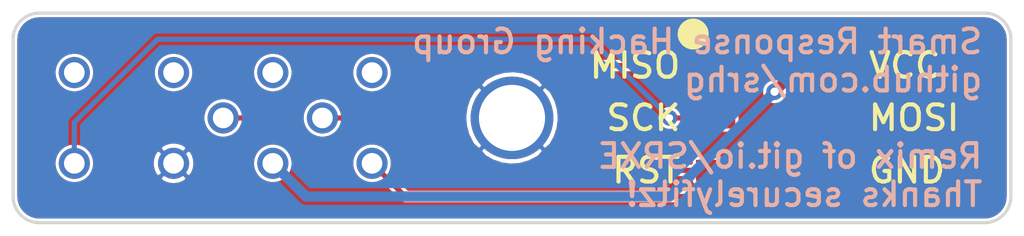
<source format=kicad_pcb>
(kicad_pcb (version 20171130) (host pcbnew 5.0.2+dfsg1-1)

  (general
    (thickness 1.6)
    (drawings 16)
    (tracks 33)
    (zones 0)
    (modules 3)
    (nets 11)
  )

  (page A4)
  (layers
    (0 Top signal)
    (31 Bottom signal)
    (32 B.Adhes user hide)
    (33 F.Adhes user hide)
    (34 B.Paste user hide)
    (35 F.Paste user hide)
    (36 B.SilkS user)
    (37 F.SilkS user)
    (38 B.Mask user hide)
    (39 F.Mask user hide)
    (40 Dwgs.User user hide)
    (41 Cmts.User user hide)
    (42 Eco1.User user hide)
    (43 Eco2.User user hide)
    (44 Edge.Cuts user)
    (45 Margin user hide)
    (46 B.CrtYd user hide)
    (47 F.CrtYd user hide)
    (48 B.Fab user hide)
    (49 F.Fab user hide)
  )

  (setup
    (last_trace_width 0.25)
    (trace_clearance 0.1524)
    (zone_clearance 0.127)
    (zone_45_only no)
    (trace_min 0.2)
    (segment_width 0.2)
    (edge_width 0.15)
    (via_size 0.8)
    (via_drill 0.4)
    (via_min_size 0.4)
    (via_min_drill 0.3)
    (uvia_size 0.3)
    (uvia_drill 0.1)
    (uvias_allowed no)
    (uvia_min_size 0.2)
    (uvia_min_drill 0.1)
    (pcb_text_width 0.3)
    (pcb_text_size 1.5 1.5)
    (mod_edge_width 0.15)
    (mod_text_size 1 1)
    (mod_text_width 0.15)
    (pad_size 4 4)
    (pad_drill 3.2)
    (pad_to_mask_clearance 0.051)
    (solder_mask_min_width 0.25)
    (aux_axis_origin 0 0)
    (grid_origin 158.1911 104.996)
    (visible_elements FFFFFF7F)
    (pcbplotparams
      (layerselection 0x010fc_ffffffff)
      (usegerberextensions false)
      (usegerberattributes false)
      (usegerberadvancedattributes false)
      (creategerberjobfile false)
      (excludeedgelayer true)
      (linewidth 0.100000)
      (plotframeref false)
      (viasonmask false)
      (mode 1)
      (useauxorigin false)
      (hpglpennumber 1)
      (hpglpenspeed 20)
      (hpglpendiameter 15.000000)
      (psnegative false)
      (psa4output false)
      (plotreference true)
      (plotvalue true)
      (plotinvisibletext false)
      (padsonsilk false)
      (subtractmaskfromsilk false)
      (outputformat 1)
      (mirror false)
      (drillshape 1)
      (scaleselection 1)
      (outputdirectory ""))
  )

  (net 0 "")
  (net 1 "Net-(JP2-Pad5)")
  (net 2 "Net-(JP2-Pad4)")
  (net 3 "Net-(JP2-Pad3)")
  (net 4 "Net-(JP2-Pad2)")
  (net 5 "Net-(JP2-Pad1)")
  (net 6 "Net-(U$1-PadTCK)")
  (net 7 "Net-(U$1-PadTMS)")
  (net 8 "Net-(U$1-PadTDO)")
  (net 9 "Net-(U$1-PadTDI)")
  (net 10 "Net-(H1-Pad1)")

  (net_class Default "This is the default net class."
    (clearance 0.1524)
    (trace_width 0.25)
    (via_dia 0.8)
    (via_drill 0.4)
    (uvia_dia 0.3)
    (uvia_drill 0.1)
    (add_net "Net-(H1-Pad1)")
    (add_net "Net-(JP2-Pad1)")
    (add_net "Net-(JP2-Pad3)")
    (add_net "Net-(JP2-Pad4)")
    (add_net "Net-(JP2-Pad5)")
    (add_net "Net-(U$1-PadTCK)")
    (add_net "Net-(U$1-PadTDI)")
    (add_net "Net-(U$1-PadTDO)")
    (add_net "Net-(U$1-PadTMS)")
  )

  (net_class power ""
    (clearance 0.1524)
    (trace_width 0.5)
    (via_dia 0.8)
    (via_drill 0.4)
    (uvia_dia 0.3)
    (uvia_drill 0.1)
    (add_net "Net-(JP2-Pad2)")
  )

  (module MountingHole:MountingHole_3.2mm_M3 (layer Top) (tedit 5E072B4C) (tstamp 5E13908B)
    (at 158.1911 104.996)
    (descr "Mounting Hole 3.2mm, no annular, M3")
    (tags "mounting hole 3.2mm no annular m3")
    (path /5E07176F)
    (attr virtual)
    (fp_text reference H1 (at 0 -4.2) (layer F.SilkS) hide
      (effects (font (size 1 1) (thickness 0.15)))
    )
    (fp_text value MountingHole_Pad (at 0 4.2) (layer F.Fab)
      (effects (font (size 1 1) (thickness 0.15)))
    )
    (fp_text user %R (at 0.3 0) (layer F.Fab)
      (effects (font (size 1 1) (thickness 0.15)))
    )
    (fp_circle (center 0 0) (end 3.2 0) (layer Cmts.User) (width 0.15))
    (fp_circle (center 0 0) (end 3.45 0) (layer F.CrtYd) (width 0.05))
    (pad 1 thru_hole circle (at 0 0) (size 4 4) (drill 3.2) (layers *.Cu *.Mask)
      (net 10 "Net-(H1-Pad1)"))
  )

  (module srxe:2X3_SMD (layer Top) (tedit 5E0720D5) (tstamp 5E0708B1)
    (at 170.8911 104.9986 270)
    (path /4804D7FCFA93C76E)
    (fp_text reference JP2 (at 0 0 270) (layer F.SilkS) hide
      (effects (font (size 1.27 1.27) (thickness 0.15)) (justify right top))
    )
    (fp_text value M03X2FEMALE_SMD (at 0 0 270) (layer F.SilkS) hide
      (effects (font (size 1.27 1.27) (thickness 0.15)) (justify right top))
    )
    (fp_text user >Value (at -3.502 0.408 270) (layer F.Fab)
      (effects (font (size 0.38608 0.38608) (thickness 0.032512)) (justify left bottom))
    )
    (fp_text user >Name (at -3.502 -0.1 270) (layer F.SilkS) hide
      (effects (font (size 0.38608 0.38608) (thickness 0.032512)) (justify left bottom))
    )
    (fp_poly (pts (xy 2.84 2.55) (xy 2.24 2.55) (xy 2.24 3.35) (xy 2.84 3.35)) (layer F.Fab) (width 0))
    (fp_poly (pts (xy 0.3 2.55) (xy -0.3 2.55) (xy -0.3 3.35) (xy 0.3 3.35)) (layer F.Fab) (width 0))
    (fp_poly (pts (xy -2.24 2.55) (xy -2.84 2.55) (xy -2.84 3.35) (xy -2.24 3.35)) (layer F.Fab) (width 0))
    (fp_poly (pts (xy 2.24 -2.55) (xy 2.84 -2.55) (xy 2.84 -3.35) (xy 2.24 -3.35)) (layer F.Fab) (width 0))
    (fp_poly (pts (xy -2.84 -2.55) (xy -2.24 -2.55) (xy -2.24 -3.35) (xy -2.84 -3.35)) (layer F.Fab) (width 0))
    (fp_poly (pts (xy -0.3 -2.55) (xy 0.3 -2.55) (xy 0.3 -3.35) (xy -0.3 -3.35)) (layer F.Fab) (width 0))
    (fp_line (start 3.81 2.5) (end -3.81 2.5) (layer F.Fab) (width 0.127))
    (fp_line (start 3.81 -2.5) (end 3.81 2.5) (layer F.Fab) (width 0.127))
    (fp_line (start -3.81 -2.5) (end 3.81 -2.5) (layer F.Fab) (width 0.127))
    (fp_line (start -3.81 2.5) (end -3.81 -2.5) (layer F.Fab) (width 0.127))
    (fp_circle (center 2.54 -1.27) (end 3.24 -1.27) (layer F.Fab) (width 0.127))
    (fp_circle (center 2.54 1.27) (end 3.24 1.27) (layer F.Fab) (width 0.127))
    (fp_circle (center 0 1.27) (end 0.7 1.27) (layer F.Fab) (width 0.127))
    (fp_circle (center -2.54 1.27) (end -1.84 1.27) (layer F.Fab) (width 0.127))
    (fp_circle (center -2.54 -1.27) (end -1.84 -1.27) (layer F.Fab) (width 0.127))
    (fp_circle (center 0 -1.27) (end 0.7 -1.27) (layer F.Fab) (width 0.127))
    (pad 6 smd rect (at 2.54 -2.85 270) (size 1.02 1.9) (layers Top F.Paste F.Mask)
      (net 10 "Net-(H1-Pad1)") (solder_mask_margin 0.1016))
    (pad 5 smd rect (at 2.54 2.85 270) (size 1.02 1.9) (layers Top F.Paste F.Mask)
      (net 1 "Net-(JP2-Pad5)") (solder_mask_margin 0.1016))
    (pad 4 smd rect (at 0 -2.85 270) (size 1.02 1.9) (layers Top F.Paste F.Mask)
      (net 2 "Net-(JP2-Pad4)") (solder_mask_margin 0.1016))
    (pad 3 smd rect (at 0 2.85 270) (size 1.02 1.9) (layers Top F.Paste F.Mask)
      (net 3 "Net-(JP2-Pad3)") (solder_mask_margin 0.1016))
    (pad 2 smd rect (at -2.54 -2.85 270) (size 1.02 1.9) (layers Top F.Paste F.Mask)
      (net 4 "Net-(JP2-Pad2)") (solder_mask_margin 0.1016))
    (pad 1 smd rect (at -2.54 2.85 270) (size 1.02 1.9) (layers Top F.Paste F.Mask)
      (net 5 "Net-(JP2-Pad1)") (solder_mask_margin 0.1016))
  )

  (module srxe:SMARTRESPONSEXEPOGO (layer Top) (tedit 5E072537) (tstamp 5E0708CC)
    (at 144.2211 104.9986)
    (path /850A8AB0BABD3B23)
    (fp_text reference U$1 (at 0 0) (layer F.SilkS) hide
      (effects (font (size 1.27 1.27) (thickness 0.15)))
    )
    (fp_text value SMARTRESPONSEXE (at 0 0) (layer F.SilkS) hide
      (effects (font (size 1.27 1.27) (thickness 0.15)))
    )
    (fp_text user MISO (at 19.685 -2.5426) (layer F.SilkS) hide
      (effects (font (size 1.2065 1.2065) (thickness 0.1016)))
    )
    (fp_text user RST (at 19.685 2.5374) (layer F.SilkS) hide
      (effects (font (size 1.2065 1.2065) (thickness 0.1016)))
    )
    (fp_text user SCK (at 19.685 -0.0026) (layer F.SilkS) hide
      (effects (font (size 1.2065 1.2065) (thickness 0.1016)))
    )
    (fp_text user GND (at 33.02 2.5374) (layer F.SilkS) hide
      (effects (font (size 1.2065 1.2065) (thickness 0.1016)))
    )
    (fp_text user VCC (at 33.655 -2.5426) (layer F.SilkS) hide
      (effects (font (size 1.2065 1.2065) (thickness 0.1016)))
    )
    (fp_text user MOSI (at 34.29 -0.0026) (layer F.SilkS) hide
      (effects (font (size 1.2065 1.2065) (thickness 0.1016)))
    )
    (fp_text user TDI (at 7.2 -3.6) (layer F.SilkS) hide
      (effects (font (size 1.2065 1.2065) (thickness 0.1016)))
    )
    (fp_text user TDO (at 2.4 -3.6) (layer F.SilkS) hide
      (effects (font (size 1.2065 1.2065) (thickness 0.1016)))
    )
    (fp_text user TMS (at -2.4 -3.6) (layer F.SilkS) hide
      (effects (font (size 1.2065 1.2065) (thickness 0.1016)))
    )
    (fp_text user TCK (at -7.2 -3.6) (layer F.SilkS) hide
      (effects (font (size 1.2065 1.2065) (thickness 0.1016)))
    )
    (pad GND thru_hole circle (at -2.4 2.2) (size 1.508 1.508) (drill 1) (layers *.Cu *.Mask)
      (net 10 "Net-(H1-Pad1)") (solder_mask_margin 0.1016))
    (pad SCK thru_hole circle (at -7.2 2.2) (size 1.508 1.508) (drill 1) (layers *.Cu *.Mask)
      (net 3 "Net-(JP2-Pad3)") (solder_mask_margin 0.1016))
    (pad TCK thru_hole circle (at -7.2 -2.2) (size 1.508 1.508) (drill 1) (layers *.Cu *.Mask)
      (net 6 "Net-(U$1-PadTCK)") (solder_mask_margin 0.1016))
    (pad TMS thru_hole circle (at -2.4 -2.2) (size 1.508 1.508) (drill 1) (layers *.Cu *.Mask)
      (net 7 "Net-(U$1-PadTMS)") (solder_mask_margin 0.1016))
    (pad TDO thru_hole circle (at 2.4 -2.2) (size 1.508 1.508) (drill 1) (layers *.Cu *.Mask)
      (net 8 "Net-(U$1-PadTDO)") (solder_mask_margin 0.1016))
    (pad TDI thru_hole circle (at 7.2 -2.2) (size 1.508 1.508) (drill 1) (layers *.Cu *.Mask)
      (net 9 "Net-(U$1-PadTDI)") (solder_mask_margin 0.1016))
    (pad MOSI thru_hole circle (at 7.2 2.2) (size 1.508 1.508) (drill 1) (layers *.Cu *.Mask)
      (net 2 "Net-(JP2-Pad4)") (solder_mask_margin 0.1016))
    (pad VCC thru_hole circle (at 2.4 2.2) (size 1.508 1.508) (drill 1) (layers *.Cu *.Mask)
      (net 4 "Net-(JP2-Pad2)") (solder_mask_margin 0.1016))
    (pad MISO thru_hole circle (at 4.8 0) (size 1.508 1.508) (drill 1) (layers *.Cu *.Mask)
      (net 5 "Net-(JP2-Pad1)") (solder_mask_margin 0.1016))
    (pad RST thru_hole circle (at 0 0) (size 1.508 1.508) (drill 1) (layers *.Cu *.Mask)
      (net 1 "Net-(JP2-Pad5)") (solder_mask_margin 0.1016))
  )

  (gr_text "Smart Response Hacking Group\ngithub.com/srhg\n\nRemix of git.io/SRXE\nThanks securelyfitz!" (at 181.0511 104.996) (layer B.SilkS)
    (effects (font (size 1.15 1.15) (thickness 0.2)) (justify left mirror))
  )
  (gr_arc (start 135.3311 101.186) (end 135.3311 99.916) (angle -90) (layer Edge.Cuts) (width 0.15))
  (gr_line (start 134.0611 108.806) (end 134.0611 101.186) (layer Edge.Cuts) (width 0.15))
  (gr_line (start 181.0511 110.076) (end 135.3311 110.076) (layer Edge.Cuts) (width 0.15))
  (gr_line (start 182.3211 101.186) (end 182.3211 108.806) (layer Edge.Cuts) (width 0.15))
  (gr_line (start 135.3311 99.916) (end 181.0511 99.916) (layer Edge.Cuts) (width 0.15))
  (gr_arc (start 181.0511 101.186) (end 182.3211 101.186) (angle -90) (layer Edge.Cuts) (width 0.15))
  (gr_arc (start 181.0511 108.806) (end 181.0511 110.076) (angle -90) (layer Edge.Cuts) (width 0.15))
  (gr_arc (start 135.3311 108.806) (end 134.0611 108.806) (angle -90) (layer Edge.Cuts) (width 0.15))
  (gr_circle (center 166.9541 100.932) (end 166.9541 100.932) (layer F.SilkS) (width 0.75))
  (gr_text GND (at 175.3361 107.536) (layer F.SilkS) (tstamp 5E139D7B)
    (effects (font (size 1.2 1.2) (thickness 0.2)) (justify left))
  )
  (gr_text MOSI (at 175.3361 104.996) (layer F.SilkS) (tstamp 5E139D7B)
    (effects (font (size 1.2 1.2) (thickness 0.2)) (justify left))
  )
  (gr_text VCC (at 175.3361 102.456) (layer F.SilkS) (tstamp 5E139D71)
    (effects (font (size 1.2 1.2) (thickness 0.2)) (justify left))
  )
  (gr_text RST (at 166.4461 107.536) (layer F.SilkS) (tstamp 5E139D71)
    (effects (font (size 1.2 1.2) (thickness 0.2)) (justify right))
  )
  (gr_text SCK (at 166.4461 104.996) (layer F.SilkS) (tstamp 5E139D71)
    (effects (font (size 1.2 1.2) (thickness 0.2)) (justify right))
  )
  (gr_text MISO (at 166.4461 102.456) (layer F.SilkS)
    (effects (font (size 1.2 1.2) (thickness 0.2)) (justify right))
  )

  (segment (start 144.2211 104.9986) (end 144.6275 104.9986) (width 0.254) (layer Top) (net 1) (tstamp 55A12224C200))
  (segment (start 168.0411 107.5386) (end 154.3837 107.5386) (width 0.25) (layer Top) (net 1))
  (segment (start 152.875101 106.030001) (end 150.172099 106.030001) (width 0.25) (layer Top) (net 1))
  (segment (start 154.3837 107.5386) (end 152.875101 106.030001) (width 0.25) (layer Top) (net 1))
  (segment (start 150.172099 106.030001) (end 149.3011 106.901) (width 0.25) (layer Top) (net 1))
  (segment (start 149.3011 106.901) (end 148.6661 106.901) (width 0.25) (layer Top) (net 1))
  (segment (start 146.7637 104.9986) (end 144.2211 104.9986) (width 0.25) (layer Top) (net 1))
  (segment (start 148.6661 106.901) (end 146.7637 104.9986) (width 0.25) (layer Top) (net 1))
  (segment (start 151.5363 107.0306) (end 151.4211 107.1986) (width 0.254) (layer Top) (net 2) (tstamp 55A1223A1F90))
  (segment (start 173.3011 104.9986) (end 173.7411 104.9986) (width 0.25) (layer Top) (net 2))
  (segment (start 169.4937 108.806) (end 173.3011 104.9986) (width 0.25) (layer Top) (net 2))
  (segment (start 151.4211 107.1986) (end 153.0285 108.806) (width 0.25) (layer Top) (net 2))
  (segment (start 153.0285 108.806) (end 169.4937 108.806) (width 0.25) (layer Top) (net 2))
  (segment (start 136.9059 107.0306) (end 137.0211 107.1986) (width 0.254) (layer Top) (net 3) (tstamp 55A1223F4B20))
  (segment (start 165.8111 104.996) (end 165.8111 104.996) (width 0.25) (layer Bottom) (net 3) (tstamp 5E1393A0))
  (via (at 165.8111 104.996) (size 0.7564) (drill 0.35) (layers Top Bottom) (net 3) (status 1000000))
  (segment (start 165.8137 104.9986) (end 165.8111 104.996) (width 0.25) (layer Top) (net 3))
  (segment (start 168.0411 104.9986) (end 165.8137 104.9986) (width 0.25) (layer Top) (net 3))
  (segment (start 162.0011 101.186) (end 165.8111 104.996) (width 0.25) (layer Bottom) (net 3))
  (segment (start 141.0461 101.186) (end 162.0011 101.186) (width 0.25) (layer Bottom) (net 3))
  (segment (start 137.0211 107.1986) (end 137.0211 105.211) (width 0.25) (layer Bottom) (net 3))
  (segment (start 137.0211 105.211) (end 141.0461 101.186) (width 0.25) (layer Bottom) (net 3))
  (via (at 170.8911 103.726) (size 0.8) (drill 0.4) (layers Top Bottom) (net 4))
  (segment (start 173.7437 102.456) (end 173.7411 102.4586) (width 0.5) (layer Top) (net 4))
  (segment (start 148.2285 108.806) (end 146.6211 107.1986) (width 0.5) (layer Bottom) (net 4))
  (segment (start 170.8911 103.726) (end 165.8111 108.806) (width 0.5) (layer Bottom) (net 4))
  (segment (start 165.8111 108.806) (end 148.2285 108.806) (width 0.5) (layer Bottom) (net 4))
  (segment (start 172.1585 102.4586) (end 173.7411 102.4586) (width 0.5) (layer Top) (net 4))
  (segment (start 170.8911 103.726) (end 172.1585 102.4586) (width 0.5) (layer Top) (net 4))
  (segment (start 149.0211 104.9986) (end 149.3011 104.9986) (width 0.254) (layer Top) (net 5) (tstamp 55A1227DB810))
  (segment (start 149.0211 104.9986) (end 153.1085 104.9986) (width 0.25) (layer Top) (net 5))
  (segment (start 155.6485 102.4586) (end 168.0411 102.4586) (width 0.25) (layer Top) (net 5))
  (segment (start 153.1085 104.9986) (end 155.6485 102.4586) (width 0.25) (layer Top) (net 5))

  (zone (net 10) (net_name "Net-(H1-Pad1)") (layer Top) (tstamp 5E13A391) (hatch edge 0.508)
    (priority 6)
    (connect_pads (clearance 0.127))
    (min_thickness 0.1524)
    (fill yes (arc_segments 32) (thermal_gap 0.2024) (thermal_bridge_width 0.2024))
    (polygon
      (pts
        (xy 133.4261 110.711) (xy 133.4261 99.281) (xy 182.9561 99.281) (xy 182.9561 110.711)
      )
    )
    (filled_polygon
      (pts
        (xy 181.243482 100.214397) (xy 181.428536 100.270269) (xy 181.599213 100.361019) (xy 181.749016 100.483194) (xy 181.872237 100.632143)
        (xy 181.964173 100.802177) (xy 182.021336 100.986839) (xy 182.0429 101.192008) (xy 182.042901 108.792386) (xy 182.022703 108.998382)
        (xy 181.966831 109.183438) (xy 181.87608 109.354115) (xy 181.753903 109.503919) (xy 181.60496 109.627135) (xy 181.434922 109.719074)
        (xy 181.250261 109.776236) (xy 181.045092 109.7978) (xy 135.344704 109.7978) (xy 135.138718 109.777603) (xy 134.953662 109.721731)
        (xy 134.782985 109.63098) (xy 134.633181 109.508803) (xy 134.509965 109.35986) (xy 134.418026 109.189822) (xy 134.360864 109.005161)
        (xy 134.3393 108.799992) (xy 134.3393 107.101822) (xy 136.0385 107.101822) (xy 136.0385 107.295378) (xy 136.076261 107.485214)
        (xy 136.150332 107.664035) (xy 136.257865 107.824971) (xy 136.394729 107.961835) (xy 136.555665 108.069368) (xy 136.734486 108.143439)
        (xy 136.924322 108.1812) (xy 137.117878 108.1812) (xy 137.307714 108.143439) (xy 137.486535 108.069368) (xy 137.647471 107.961835)
        (xy 137.708816 107.90049) (xy 141.154565 107.90049) (xy 141.231619 108.052484) (xy 141.40953 108.151078) (xy 141.603257 108.213071)
        (xy 141.805357 108.236077) (xy 142.008061 108.219213) (xy 142.20358 108.163128) (xy 142.384402 108.069977) (xy 142.410581 108.052484)
        (xy 142.487635 107.90049) (xy 141.8211 107.233955) (xy 141.154565 107.90049) (xy 137.708816 107.90049) (xy 137.784335 107.824971)
        (xy 137.891868 107.664035) (xy 137.965939 107.485214) (xy 138.0037 107.295378) (xy 138.0037 107.182857) (xy 140.783623 107.182857)
        (xy 140.800487 107.385561) (xy 140.856572 107.58108) (xy 140.949723 107.761902) (xy 140.967216 107.788081) (xy 141.11921 107.865135)
        (xy 141.785745 107.1986) (xy 141.856455 107.1986) (xy 142.52299 107.865135) (xy 142.674984 107.788081) (xy 142.773578 107.61017)
        (xy 142.835571 107.416443) (xy 142.858577 107.214343) (xy 142.849216 107.101822) (xy 145.6385 107.101822) (xy 145.6385 107.295378)
        (xy 145.676261 107.485214) (xy 145.750332 107.664035) (xy 145.857865 107.824971) (xy 145.994729 107.961835) (xy 146.155665 108.069368)
        (xy 146.334486 108.143439) (xy 146.524322 108.1812) (xy 146.717878 108.1812) (xy 146.907714 108.143439) (xy 147.086535 108.069368)
        (xy 147.247471 107.961835) (xy 147.384335 107.824971) (xy 147.491868 107.664035) (xy 147.565939 107.485214) (xy 147.6037 107.295378)
        (xy 147.6037 107.101822) (xy 147.565939 106.911986) (xy 147.491868 106.733165) (xy 147.384335 106.572229) (xy 147.247471 106.435365)
        (xy 147.086535 106.327832) (xy 146.907714 106.253761) (xy 146.717878 106.216) (xy 146.524322 106.216) (xy 146.334486 106.253761)
        (xy 146.155665 106.327832) (xy 145.994729 106.435365) (xy 145.857865 106.572229) (xy 145.750332 106.733165) (xy 145.676261 106.911986)
        (xy 145.6385 107.101822) (xy 142.849216 107.101822) (xy 142.841713 107.011639) (xy 142.785628 106.81612) (xy 142.692477 106.635298)
        (xy 142.674984 106.609119) (xy 142.52299 106.532065) (xy 141.856455 107.1986) (xy 141.785745 107.1986) (xy 141.11921 106.532065)
        (xy 140.967216 106.609119) (xy 140.868622 106.78703) (xy 140.806629 106.980757) (xy 140.783623 107.182857) (xy 138.0037 107.182857)
        (xy 138.0037 107.101822) (xy 137.965939 106.911986) (xy 137.891868 106.733165) (xy 137.784335 106.572229) (xy 137.708816 106.49671)
        (xy 141.154565 106.49671) (xy 141.8211 107.163245) (xy 142.487635 106.49671) (xy 142.410581 106.344716) (xy 142.23267 106.246122)
        (xy 142.038943 106.184129) (xy 141.836843 106.161123) (xy 141.634139 106.177987) (xy 141.43862 106.234072) (xy 141.257798 106.327223)
        (xy 141.231619 106.344716) (xy 141.154565 106.49671) (xy 137.708816 106.49671) (xy 137.647471 106.435365) (xy 137.486535 106.327832)
        (xy 137.307714 106.253761) (xy 137.117878 106.216) (xy 136.924322 106.216) (xy 136.734486 106.253761) (xy 136.555665 106.327832)
        (xy 136.394729 106.435365) (xy 136.257865 106.572229) (xy 136.150332 106.733165) (xy 136.076261 106.911986) (xy 136.0385 107.101822)
        (xy 134.3393 107.101822) (xy 134.3393 104.901822) (xy 143.2385 104.901822) (xy 143.2385 105.095378) (xy 143.276261 105.285214)
        (xy 143.350332 105.464035) (xy 143.457865 105.624971) (xy 143.594729 105.761835) (xy 143.755665 105.869368) (xy 143.934486 105.943439)
        (xy 144.124322 105.9812) (xy 144.317878 105.9812) (xy 144.507714 105.943439) (xy 144.686535 105.869368) (xy 144.847471 105.761835)
        (xy 144.984335 105.624971) (xy 145.091868 105.464035) (xy 145.138192 105.3522) (xy 146.617235 105.3522) (xy 148.403792 107.138758)
        (xy 148.414858 107.152242) (xy 148.428342 107.163308) (xy 148.428343 107.163309) (xy 148.4687 107.19643) (xy 148.502214 107.214343)
        (xy 148.530129 107.229264) (xy 148.596782 107.249483) (xy 148.648738 107.2546) (xy 148.648748 107.2546) (xy 148.6661 107.256309)
        (xy 148.683452 107.2546) (xy 149.283748 107.2546) (xy 149.3011 107.256309) (xy 149.318452 107.2546) (xy 149.318462 107.2546)
        (xy 149.370418 107.249483) (xy 149.437071 107.229264) (xy 149.4985 107.196429) (xy 149.552342 107.152242) (xy 149.563413 107.138752)
        (xy 150.318565 106.383601) (xy 150.8722 106.383601) (xy 150.794729 106.435365) (xy 150.657865 106.572229) (xy 150.550332 106.733165)
        (xy 150.476261 106.911986) (xy 150.4385 107.101822) (xy 150.4385 107.295378) (xy 150.476261 107.485214) (xy 150.550332 107.664035)
        (xy 150.657865 107.824971) (xy 150.794729 107.961835) (xy 150.955665 108.069368) (xy 151.134486 108.143439) (xy 151.324322 108.1812)
        (xy 151.517878 108.1812) (xy 151.707714 108.143439) (xy 151.819549 108.097115) (xy 152.766192 109.043758) (xy 152.777258 109.057242)
        (xy 152.790742 109.068308) (xy 152.790743 109.068309) (xy 152.8311 109.10143) (xy 152.867364 109.120813) (xy 152.892529 109.134264)
        (xy 152.959182 109.154483) (xy 153.011138 109.1596) (xy 153.011148 109.1596) (xy 153.0285 109.161309) (xy 153.045852 109.1596)
        (xy 169.476348 109.1596) (xy 169.4937 109.161309) (xy 169.511052 109.1596) (xy 169.511062 109.1596) (xy 169.563018 109.154483)
        (xy 169.629671 109.134264) (xy 169.6911 109.101429) (xy 169.744942 109.057242) (xy 169.756013 109.043752) (xy 171.166515 107.63325)
        (xy 172.5125 107.63325) (xy 172.5125 108.07604) (xy 172.523206 108.129865) (xy 172.544208 108.180567) (xy 172.574697 108.226197)
        (xy 172.613503 108.265003) (xy 172.659134 108.295492) (xy 172.709836 108.316494) (xy 172.763661 108.3272) (xy 173.64645 108.3272)
        (xy 173.7161 108.25755) (xy 173.7161 107.5636) (xy 173.7661 107.5636) (xy 173.7661 108.25755) (xy 173.83575 108.3272)
        (xy 174.718539 108.3272) (xy 174.772364 108.316494) (xy 174.823066 108.295492) (xy 174.868697 108.265003) (xy 174.907503 108.226197)
        (xy 174.937992 108.180567) (xy 174.958994 108.129865) (xy 174.9697 108.07604) (xy 174.9697 107.63325) (xy 174.90005 107.5636)
        (xy 173.7661 107.5636) (xy 173.7161 107.5636) (xy 172.58215 107.5636) (xy 172.5125 107.63325) (xy 171.166515 107.63325)
        (xy 171.798605 107.00116) (xy 172.5125 107.00116) (xy 172.5125 107.44395) (xy 172.58215 107.5136) (xy 173.7161 107.5136)
        (xy 173.7161 106.81965) (xy 173.7661 106.81965) (xy 173.7661 107.5136) (xy 174.90005 107.5136) (xy 174.9697 107.44395)
        (xy 174.9697 107.00116) (xy 174.958994 106.947335) (xy 174.937992 106.896633) (xy 174.907503 106.851003) (xy 174.868697 106.812197)
        (xy 174.823066 106.781708) (xy 174.772364 106.760706) (xy 174.718539 106.75) (xy 173.83575 106.75) (xy 173.7661 106.81965)
        (xy 173.7161 106.81965) (xy 173.64645 106.75) (xy 172.763661 106.75) (xy 172.709836 106.760706) (xy 172.659134 106.781708)
        (xy 172.613503 106.812197) (xy 172.574697 106.851003) (xy 172.544208 106.896633) (xy 172.523206 106.947335) (xy 172.5125 107.00116)
        (xy 171.798605 107.00116) (xy 173.061459 105.738306) (xy 174.6911 105.738306) (xy 174.735913 105.733892) (xy 174.779005 105.720821)
        (xy 174.818718 105.699594) (xy 174.853527 105.671027) (xy 174.882094 105.636218) (xy 174.903321 105.596505) (xy 174.916392 105.553413)
        (xy 174.920806 105.5086) (xy 174.920806 104.4886) (xy 174.916392 104.443787) (xy 174.903321 104.400695) (xy 174.882094 104.360982)
        (xy 174.853527 104.326173) (xy 174.818718 104.297606) (xy 174.779005 104.276379) (xy 174.735913 104.263308) (xy 174.6911 104.258894)
        (xy 172.7911 104.258894) (xy 172.746287 104.263308) (xy 172.703195 104.276379) (xy 172.663482 104.297606) (xy 172.628673 104.326173)
        (xy 172.600106 104.360982) (xy 172.578879 104.400695) (xy 172.565808 104.443787) (xy 172.561394 104.4886) (xy 172.561394 105.238241)
        (xy 169.347235 108.4524) (xy 153.174966 108.4524) (xy 152.319615 107.597049) (xy 152.365939 107.485214) (xy 152.4037 107.295378)
        (xy 152.4037 107.101822) (xy 152.365939 106.911986) (xy 152.291868 106.733165) (xy 152.184335 106.572229) (xy 152.047471 106.435365)
        (xy 151.97 106.383601) (xy 152.728636 106.383601) (xy 154.121392 107.776358) (xy 154.132458 107.789842) (xy 154.1863 107.834029)
        (xy 154.247729 107.866864) (xy 154.314382 107.887083) (xy 154.366338 107.8922) (xy 154.366347 107.8922) (xy 154.383699 107.893909)
        (xy 154.401051 107.8922) (xy 166.861394 107.8922) (xy 166.861394 108.0486) (xy 166.865808 108.093413) (xy 166.878879 108.136505)
        (xy 166.900106 108.176218) (xy 166.928673 108.211027) (xy 166.963482 108.239594) (xy 167.003195 108.260821) (xy 167.046287 108.273892)
        (xy 167.0911 108.278306) (xy 168.9911 108.278306) (xy 169.035913 108.273892) (xy 169.079005 108.260821) (xy 169.118718 108.239594)
        (xy 169.153527 108.211027) (xy 169.182094 108.176218) (xy 169.203321 108.136505) (xy 169.216392 108.093413) (xy 169.220806 108.0486)
        (xy 169.220806 107.0286) (xy 169.216392 106.983787) (xy 169.203321 106.940695) (xy 169.182094 106.900982) (xy 169.153527 106.866173)
        (xy 169.118718 106.837606) (xy 169.079005 106.816379) (xy 169.035913 106.803308) (xy 168.9911 106.798894) (xy 167.0911 106.798894)
        (xy 167.046287 106.803308) (xy 167.003195 106.816379) (xy 166.963482 106.837606) (xy 166.928673 106.866173) (xy 166.900106 106.900982)
        (xy 166.878879 106.940695) (xy 166.865808 106.983787) (xy 166.861394 107.0286) (xy 166.861394 107.185) (xy 158.824788 107.185)
        (xy 159.006986 107.135325) (xy 159.408671 106.935047) (xy 159.516603 106.86293) (xy 159.743082 106.583337) (xy 158.1911 105.031355)
        (xy 156.639118 106.583337) (xy 156.865597 106.86293) (xy 157.255287 107.08565) (xy 157.552222 107.185) (xy 154.530166 107.185)
        (xy 153.137414 105.792249) (xy 153.126343 105.778759) (xy 153.072501 105.734572) (xy 153.011072 105.701737) (xy 152.944419 105.681518)
        (xy 152.892463 105.676401) (xy 152.892453 105.676401) (xy 152.875101 105.674692) (xy 152.857749 105.676401) (xy 150.189461 105.676401)
        (xy 150.172099 105.674691) (xy 150.154737 105.676401) (xy 150.102781 105.681518) (xy 150.069454 105.691628) (xy 150.036127 105.701737)
        (xy 149.974699 105.734571) (xy 149.934343 105.767691) (xy 149.920857 105.778759) (xy 149.909791 105.792243) (xy 149.154635 106.5474)
        (xy 148.812566 106.5474) (xy 147.166988 104.901822) (xy 148.0385 104.901822) (xy 148.0385 105.095378) (xy 148.076261 105.285214)
        (xy 148.150332 105.464035) (xy 148.257865 105.624971) (xy 148.394729 105.761835) (xy 148.555665 105.869368) (xy 148.734486 105.943439)
        (xy 148.924322 105.9812) (xy 149.117878 105.9812) (xy 149.307714 105.943439) (xy 149.486535 105.869368) (xy 149.647471 105.761835)
        (xy 149.784335 105.624971) (xy 149.891868 105.464035) (xy 149.938192 105.3522) (xy 153.091148 105.3522) (xy 153.1085 105.353909)
        (xy 153.125852 105.3522) (xy 153.125862 105.3522) (xy 153.177818 105.347083) (xy 153.244471 105.326864) (xy 153.3059 105.294029)
        (xy 153.359742 105.249842) (xy 153.370813 105.236352) (xy 153.676069 104.931096) (xy 155.902395 104.931096) (xy 155.93371 105.378847)
        (xy 156.051775 105.811886) (xy 156.252053 106.213571) (xy 156.32417 106.321503) (xy 156.603763 106.547982) (xy 158.155745 104.996)
        (xy 158.226455 104.996) (xy 159.778437 106.547982) (xy 160.05803 106.321503) (xy 160.28075 105.931813) (xy 160.423167 105.506161)
        (xy 160.479805 105.060904) (xy 160.471086 104.936235) (xy 165.2043 104.936235) (xy 165.2043 105.055765) (xy 165.227619 105.172997)
        (xy 165.273361 105.283428) (xy 165.339768 105.382812) (xy 165.424288 105.467332) (xy 165.523672 105.533739) (xy 165.634103 105.579481)
        (xy 165.751335 105.6028) (xy 165.870865 105.6028) (xy 165.988097 105.579481) (xy 166.098528 105.533739) (xy 166.197912 105.467332)
        (xy 166.282432 105.382812) (xy 166.302887 105.3522) (xy 166.861394 105.3522) (xy 166.861394 105.5086) (xy 166.865808 105.553413)
        (xy 166.878879 105.596505) (xy 166.900106 105.636218) (xy 166.928673 105.671027) (xy 166.963482 105.699594) (xy 167.003195 105.720821)
        (xy 167.046287 105.733892) (xy 167.0911 105.738306) (xy 168.9911 105.738306) (xy 169.035913 105.733892) (xy 169.079005 105.720821)
        (xy 169.118718 105.699594) (xy 169.153527 105.671027) (xy 169.182094 105.636218) (xy 169.203321 105.596505) (xy 169.216392 105.553413)
        (xy 169.220806 105.5086) (xy 169.220806 104.4886) (xy 169.216392 104.443787) (xy 169.203321 104.400695) (xy 169.182094 104.360982)
        (xy 169.153527 104.326173) (xy 169.118718 104.297606) (xy 169.079005 104.276379) (xy 169.035913 104.263308) (xy 168.9911 104.258894)
        (xy 167.0911 104.258894) (xy 167.046287 104.263308) (xy 167.003195 104.276379) (xy 166.963482 104.297606) (xy 166.928673 104.326173)
        (xy 166.900106 104.360982) (xy 166.878879 104.400695) (xy 166.865808 104.443787) (xy 166.861394 104.4886) (xy 166.861394 104.645)
        (xy 166.306361 104.645) (xy 166.282432 104.609188) (xy 166.197912 104.524668) (xy 166.098528 104.458261) (xy 165.988097 104.412519)
        (xy 165.870865 104.3892) (xy 165.751335 104.3892) (xy 165.634103 104.412519) (xy 165.523672 104.458261) (xy 165.424288 104.524668)
        (xy 165.339768 104.609188) (xy 165.273361 104.708572) (xy 165.227619 104.819003) (xy 165.2043 104.936235) (xy 160.471086 104.936235)
        (xy 160.44849 104.613153) (xy 160.330425 104.180114) (xy 160.130147 103.778429) (xy 160.05803 103.670497) (xy 160.050118 103.664088)
        (xy 170.2625 103.664088) (xy 170.2625 103.787912) (xy 170.286656 103.909356) (xy 170.334041 104.023754) (xy 170.402834 104.126709)
        (xy 170.490391 104.214266) (xy 170.593346 104.283059) (xy 170.707744 104.330444) (xy 170.829188 104.3546) (xy 170.953012 104.3546)
        (xy 171.074456 104.330444) (xy 171.188854 104.283059) (xy 171.291809 104.214266) (xy 171.379366 104.126709) (xy 171.448159 104.023754)
        (xy 171.495544 103.909356) (xy 171.5197 103.787912) (xy 171.5197 103.774242) (xy 172.356742 102.9372) (xy 172.561394 102.9372)
        (xy 172.561394 102.9686) (xy 172.565808 103.013413) (xy 172.578879 103.056505) (xy 172.600106 103.096218) (xy 172.628673 103.131027)
        (xy 172.663482 103.159594) (xy 172.703195 103.180821) (xy 172.746287 103.193892) (xy 172.7911 103.198306) (xy 174.6911 103.198306)
        (xy 174.735913 103.193892) (xy 174.779005 103.180821) (xy 174.818718 103.159594) (xy 174.853527 103.131027) (xy 174.882094 103.096218)
        (xy 174.903321 103.056505) (xy 174.916392 103.013413) (xy 174.920806 102.9686) (xy 174.920806 101.9486) (xy 174.916392 101.903787)
        (xy 174.903321 101.860695) (xy 174.882094 101.820982) (xy 174.853527 101.786173) (xy 174.818718 101.757606) (xy 174.779005 101.736379)
        (xy 174.735913 101.723308) (xy 174.6911 101.718894) (xy 172.7911 101.718894) (xy 172.746287 101.723308) (xy 172.703195 101.736379)
        (xy 172.663482 101.757606) (xy 172.628673 101.786173) (xy 172.600106 101.820982) (xy 172.578879 101.860695) (xy 172.565808 101.903787)
        (xy 172.561394 101.9486) (xy 172.561394 101.98) (xy 172.181993 101.98) (xy 172.158499 101.977686) (xy 172.135006 101.98)
        (xy 172.134996 101.98) (xy 172.064678 101.986926) (xy 171.974462 102.014292) (xy 171.891318 102.058734) (xy 171.818442 102.118542)
        (xy 171.803459 102.136799) (xy 170.842858 103.0974) (xy 170.829188 103.0974) (xy 170.707744 103.121556) (xy 170.593346 103.168941)
        (xy 170.490391 103.237734) (xy 170.402834 103.325291) (xy 170.334041 103.428246) (xy 170.286656 103.542644) (xy 170.2625 103.664088)
        (xy 160.050118 103.664088) (xy 159.778437 103.444018) (xy 158.226455 104.996) (xy 158.155745 104.996) (xy 156.603763 103.444018)
        (xy 156.32417 103.670497) (xy 156.10145 104.060187) (xy 155.959033 104.485839) (xy 155.902395 104.931096) (xy 153.676069 104.931096)
        (xy 155.794966 102.8122) (xy 157.538339 102.8122) (xy 157.375214 102.856675) (xy 156.973529 103.056953) (xy 156.865597 103.12907)
        (xy 156.639118 103.408663) (xy 158.1911 104.960645) (xy 159.743082 103.408663) (xy 159.516603 103.12907) (xy 159.126913 102.90635)
        (xy 158.84552 102.8122) (xy 166.861394 102.8122) (xy 166.861394 102.9686) (xy 166.865808 103.013413) (xy 166.878879 103.056505)
        (xy 166.900106 103.096218) (xy 166.928673 103.131027) (xy 166.963482 103.159594) (xy 167.003195 103.180821) (xy 167.046287 103.193892)
        (xy 167.0911 103.198306) (xy 168.9911 103.198306) (xy 169.035913 103.193892) (xy 169.079005 103.180821) (xy 169.118718 103.159594)
        (xy 169.153527 103.131027) (xy 169.182094 103.096218) (xy 169.203321 103.056505) (xy 169.216392 103.013413) (xy 169.220806 102.9686)
        (xy 169.220806 101.9486) (xy 169.216392 101.903787) (xy 169.203321 101.860695) (xy 169.182094 101.820982) (xy 169.153527 101.786173)
        (xy 169.118718 101.757606) (xy 169.079005 101.736379) (xy 169.035913 101.723308) (xy 168.9911 101.718894) (xy 167.0911 101.718894)
        (xy 167.046287 101.723308) (xy 167.003195 101.736379) (xy 166.963482 101.757606) (xy 166.928673 101.786173) (xy 166.900106 101.820982)
        (xy 166.878879 101.860695) (xy 166.865808 101.903787) (xy 166.861394 101.9486) (xy 166.861394 102.105) (xy 155.665851 102.105)
        (xy 155.648499 102.103291) (xy 155.631147 102.105) (xy 155.631138 102.105) (xy 155.579182 102.110117) (xy 155.512529 102.130336)
        (xy 155.4511 102.163171) (xy 155.397258 102.207358) (xy 155.386192 102.220842) (xy 152.962035 104.645) (xy 149.938192 104.645)
        (xy 149.891868 104.533165) (xy 149.784335 104.372229) (xy 149.647471 104.235365) (xy 149.486535 104.127832) (xy 149.307714 104.053761)
        (xy 149.117878 104.016) (xy 148.924322 104.016) (xy 148.734486 104.053761) (xy 148.555665 104.127832) (xy 148.394729 104.235365)
        (xy 148.257865 104.372229) (xy 148.150332 104.533165) (xy 148.076261 104.711986) (xy 148.0385 104.901822) (xy 147.166988 104.901822)
        (xy 147.026013 104.760848) (xy 147.014942 104.747358) (xy 146.9611 104.703171) (xy 146.899671 104.670336) (xy 146.833018 104.650117)
        (xy 146.781062 104.645) (xy 146.781052 104.645) (xy 146.7637 104.643291) (xy 146.746348 104.645) (xy 145.138192 104.645)
        (xy 145.091868 104.533165) (xy 144.984335 104.372229) (xy 144.847471 104.235365) (xy 144.686535 104.127832) (xy 144.507714 104.053761)
        (xy 144.317878 104.016) (xy 144.124322 104.016) (xy 143.934486 104.053761) (xy 143.755665 104.127832) (xy 143.594729 104.235365)
        (xy 143.457865 104.372229) (xy 143.350332 104.533165) (xy 143.276261 104.711986) (xy 143.2385 104.901822) (xy 134.3393 104.901822)
        (xy 134.3393 102.701822) (xy 136.0385 102.701822) (xy 136.0385 102.895378) (xy 136.076261 103.085214) (xy 136.150332 103.264035)
        (xy 136.257865 103.424971) (xy 136.394729 103.561835) (xy 136.555665 103.669368) (xy 136.734486 103.743439) (xy 136.924322 103.7812)
        (xy 137.117878 103.7812) (xy 137.307714 103.743439) (xy 137.486535 103.669368) (xy 137.647471 103.561835) (xy 137.784335 103.424971)
        (xy 137.891868 103.264035) (xy 137.965939 103.085214) (xy 138.0037 102.895378) (xy 138.0037 102.701822) (xy 140.8385 102.701822)
        (xy 140.8385 102.895378) (xy 140.876261 103.085214) (xy 140.950332 103.264035) (xy 141.057865 103.424971) (xy 141.194729 103.561835)
        (xy 141.355665 103.669368) (xy 141.534486 103.743439) (xy 141.724322 103.7812) (xy 141.917878 103.7812) (xy 142.107714 103.743439)
        (xy 142.286535 103.669368) (xy 142.447471 103.561835) (xy 142.584335 103.424971) (xy 142.691868 103.264035) (xy 142.765939 103.085214)
        (xy 142.8037 102.895378) (xy 142.8037 102.701822) (xy 145.6385 102.701822) (xy 145.6385 102.895378) (xy 145.676261 103.085214)
        (xy 145.750332 103.264035) (xy 145.857865 103.424971) (xy 145.994729 103.561835) (xy 146.155665 103.669368) (xy 146.334486 103.743439)
        (xy 146.524322 103.7812) (xy 146.717878 103.7812) (xy 146.907714 103.743439) (xy 147.086535 103.669368) (xy 147.247471 103.561835)
        (xy 147.384335 103.424971) (xy 147.491868 103.264035) (xy 147.565939 103.085214) (xy 147.6037 102.895378) (xy 147.6037 102.701822)
        (xy 150.4385 102.701822) (xy 150.4385 102.895378) (xy 150.476261 103.085214) (xy 150.550332 103.264035) (xy 150.657865 103.424971)
        (xy 150.794729 103.561835) (xy 150.955665 103.669368) (xy 151.134486 103.743439) (xy 151.324322 103.7812) (xy 151.517878 103.7812)
        (xy 151.707714 103.743439) (xy 151.886535 103.669368) (xy 152.047471 103.561835) (xy 152.184335 103.424971) (xy 152.291868 103.264035)
        (xy 152.365939 103.085214) (xy 152.4037 102.895378) (xy 152.4037 102.701822) (xy 152.365939 102.511986) (xy 152.291868 102.333165)
        (xy 152.184335 102.172229) (xy 152.047471 102.035365) (xy 151.886535 101.927832) (xy 151.707714 101.853761) (xy 151.517878 101.816)
        (xy 151.324322 101.816) (xy 151.134486 101.853761) (xy 150.955665 101.927832) (xy 150.794729 102.035365) (xy 150.657865 102.172229)
        (xy 150.550332 102.333165) (xy 150.476261 102.511986) (xy 150.4385 102.701822) (xy 147.6037 102.701822) (xy 147.565939 102.511986)
        (xy 147.491868 102.333165) (xy 147.384335 102.172229) (xy 147.247471 102.035365) (xy 147.086535 101.927832) (xy 146.907714 101.853761)
        (xy 146.717878 101.816) (xy 146.524322 101.816) (xy 146.334486 101.853761) (xy 146.155665 101.927832) (xy 145.994729 102.035365)
        (xy 145.857865 102.172229) (xy 145.750332 102.333165) (xy 145.676261 102.511986) (xy 145.6385 102.701822) (xy 142.8037 102.701822)
        (xy 142.765939 102.511986) (xy 142.691868 102.333165) (xy 142.584335 102.172229) (xy 142.447471 102.035365) (xy 142.286535 101.927832)
        (xy 142.107714 101.853761) (xy 141.917878 101.816) (xy 141.724322 101.816) (xy 141.534486 101.853761) (xy 141.355665 101.927832)
        (xy 141.194729 102.035365) (xy 141.057865 102.172229) (xy 140.950332 102.333165) (xy 140.876261 102.511986) (xy 140.8385 102.701822)
        (xy 138.0037 102.701822) (xy 137.965939 102.511986) (xy 137.891868 102.333165) (xy 137.784335 102.172229) (xy 137.647471 102.035365)
        (xy 137.486535 101.927832) (xy 137.307714 101.853761) (xy 137.117878 101.816) (xy 136.924322 101.816) (xy 136.734486 101.853761)
        (xy 136.555665 101.927832) (xy 136.394729 102.035365) (xy 136.257865 102.172229) (xy 136.150332 102.333165) (xy 136.076261 102.511986)
        (xy 136.0385 102.701822) (xy 134.3393 102.701822) (xy 134.3393 101.199604) (xy 134.359497 100.993618) (xy 134.415369 100.808564)
        (xy 134.506119 100.637887) (xy 134.628294 100.488084) (xy 134.777243 100.364863) (xy 134.947277 100.272927) (xy 135.131939 100.215764)
        (xy 135.337108 100.1942) (xy 181.037496 100.1942)
      )
    )
  )
  (zone (net 10) (net_name "Net-(H1-Pad1)") (layer Bottom) (tstamp 5E13A38E) (hatch edge 0.508)
    (priority 6)
    (connect_pads (clearance 0.127))
    (min_thickness 0.1524)
    (fill yes (arc_segments 32) (thermal_gap 0.2024) (thermal_bridge_width 0.2024))
    (polygon
      (pts
        (xy 133.4261 110.711) (xy 133.4261 99.281) (xy 182.9561 99.281) (xy 182.9561 110.711)
      )
    )
    (filled_polygon
      (pts
        (xy 181.243482 100.214397) (xy 181.428536 100.270269) (xy 181.599213 100.361019) (xy 181.749016 100.483194) (xy 181.872237 100.632143)
        (xy 181.964173 100.802177) (xy 182.021336 100.986839) (xy 182.0429 101.192008) (xy 182.042901 108.792386) (xy 182.022703 108.998382)
        (xy 181.966831 109.183438) (xy 181.87608 109.354115) (xy 181.753903 109.503919) (xy 181.60496 109.627135) (xy 181.434922 109.719074)
        (xy 181.250261 109.776236) (xy 181.045092 109.7978) (xy 135.344704 109.7978) (xy 135.138718 109.777603) (xy 134.953662 109.721731)
        (xy 134.782985 109.63098) (xy 134.633181 109.508803) (xy 134.509965 109.35986) (xy 134.418026 109.189822) (xy 134.360864 109.005161)
        (xy 134.3393 108.799992) (xy 134.3393 107.101822) (xy 136.0385 107.101822) (xy 136.0385 107.295378) (xy 136.076261 107.485214)
        (xy 136.150332 107.664035) (xy 136.257865 107.824971) (xy 136.394729 107.961835) (xy 136.555665 108.069368) (xy 136.734486 108.143439)
        (xy 136.924322 108.1812) (xy 137.117878 108.1812) (xy 137.307714 108.143439) (xy 137.486535 108.069368) (xy 137.647471 107.961835)
        (xy 137.708816 107.90049) (xy 141.154565 107.90049) (xy 141.231619 108.052484) (xy 141.40953 108.151078) (xy 141.603257 108.213071)
        (xy 141.805357 108.236077) (xy 142.008061 108.219213) (xy 142.20358 108.163128) (xy 142.384402 108.069977) (xy 142.410581 108.052484)
        (xy 142.487635 107.90049) (xy 141.8211 107.233955) (xy 141.154565 107.90049) (xy 137.708816 107.90049) (xy 137.784335 107.824971)
        (xy 137.891868 107.664035) (xy 137.965939 107.485214) (xy 138.0037 107.295378) (xy 138.0037 107.182857) (xy 140.783623 107.182857)
        (xy 140.800487 107.385561) (xy 140.856572 107.58108) (xy 140.949723 107.761902) (xy 140.967216 107.788081) (xy 141.11921 107.865135)
        (xy 141.785745 107.1986) (xy 141.856455 107.1986) (xy 142.52299 107.865135) (xy 142.674984 107.788081) (xy 142.773578 107.61017)
        (xy 142.835571 107.416443) (xy 142.858577 107.214343) (xy 142.849216 107.101822) (xy 145.6385 107.101822) (xy 145.6385 107.295378)
        (xy 145.676261 107.485214) (xy 145.750332 107.664035) (xy 145.857865 107.824971) (xy 145.994729 107.961835) (xy 146.155665 108.069368)
        (xy 146.334486 108.143439) (xy 146.524322 108.1812) (xy 146.717878 108.1812) (xy 146.892185 108.146528) (xy 147.873462 109.127805)
        (xy 147.888442 109.146058) (xy 147.906694 109.161037) (xy 147.906698 109.161041) (xy 147.946479 109.193688) (xy 147.961318 109.205866)
        (xy 148.044462 109.250308) (xy 148.134678 109.277674) (xy 148.204996 109.2846) (xy 148.205004 109.2846) (xy 148.2285 109.286914)
        (xy 148.251996 109.2846) (xy 165.787604 109.2846) (xy 165.8111 109.286914) (xy 165.834596 109.2846) (xy 165.834604 109.2846)
        (xy 165.904922 109.277674) (xy 165.995138 109.250308) (xy 166.078282 109.205866) (xy 166.151158 109.146058) (xy 166.166142 109.1278)
        (xy 170.939343 104.3546) (xy 170.953012 104.3546) (xy 171.074456 104.330444) (xy 171.188854 104.283059) (xy 171.291809 104.214266)
        (xy 171.379366 104.126709) (xy 171.448159 104.023754) (xy 171.495544 103.909356) (xy 171.5197 103.787912) (xy 171.5197 103.664088)
        (xy 171.495544 103.542644) (xy 171.448159 103.428246) (xy 171.379366 103.325291) (xy 171.291809 103.237734) (xy 171.188854 103.168941)
        (xy 171.074456 103.121556) (xy 170.953012 103.0974) (xy 170.829188 103.0974) (xy 170.707744 103.121556) (xy 170.593346 103.168941)
        (xy 170.490391 103.237734) (xy 170.402834 103.325291) (xy 170.334041 103.428246) (xy 170.286656 103.542644) (xy 170.2625 103.664088)
        (xy 170.2625 103.677757) (xy 165.612858 108.3274) (xy 148.426743 108.3274) (xy 147.569028 107.469685) (xy 147.6037 107.295378)
        (xy 147.6037 107.101822) (xy 150.4385 107.101822) (xy 150.4385 107.295378) (xy 150.476261 107.485214) (xy 150.550332 107.664035)
        (xy 150.657865 107.824971) (xy 150.794729 107.961835) (xy 150.955665 108.069368) (xy 151.134486 108.143439) (xy 151.324322 108.1812)
        (xy 151.517878 108.1812) (xy 151.707714 108.143439) (xy 151.886535 108.069368) (xy 152.047471 107.961835) (xy 152.184335 107.824971)
        (xy 152.291868 107.664035) (xy 152.365939 107.485214) (xy 152.4037 107.295378) (xy 152.4037 107.101822) (xy 152.365939 106.911986)
        (xy 152.291868 106.733165) (xy 152.191758 106.583337) (xy 156.639118 106.583337) (xy 156.865597 106.86293) (xy 157.255287 107.08565)
        (xy 157.680939 107.228067) (xy 158.126196 107.284705) (xy 158.573947 107.25339) (xy 159.006986 107.135325) (xy 159.408671 106.935047)
        (xy 159.516603 106.86293) (xy 159.743082 106.583337) (xy 158.1911 105.031355) (xy 156.639118 106.583337) (xy 152.191758 106.583337)
        (xy 152.184335 106.572229) (xy 152.047471 106.435365) (xy 151.886535 106.327832) (xy 151.707714 106.253761) (xy 151.517878 106.216)
        (xy 151.324322 106.216) (xy 151.134486 106.253761) (xy 150.955665 106.327832) (xy 150.794729 106.435365) (xy 150.657865 106.572229)
        (xy 150.550332 106.733165) (xy 150.476261 106.911986) (xy 150.4385 107.101822) (xy 147.6037 107.101822) (xy 147.565939 106.911986)
        (xy 147.491868 106.733165) (xy 147.384335 106.572229) (xy 147.247471 106.435365) (xy 147.086535 106.327832) (xy 146.907714 106.253761)
        (xy 146.717878 106.216) (xy 146.524322 106.216) (xy 146.334486 106.253761) (xy 146.155665 106.327832) (xy 145.994729 106.435365)
        (xy 145.857865 106.572229) (xy 145.750332 106.733165) (xy 145.676261 106.911986) (xy 145.6385 107.101822) (xy 142.849216 107.101822)
        (xy 142.841713 107.011639) (xy 142.785628 106.81612) (xy 142.692477 106.635298) (xy 142.674984 106.609119) (xy 142.52299 106.532065)
        (xy 141.856455 107.1986) (xy 141.785745 107.1986) (xy 141.11921 106.532065) (xy 140.967216 106.609119) (xy 140.868622 106.78703)
        (xy 140.806629 106.980757) (xy 140.783623 107.182857) (xy 138.0037 107.182857) (xy 138.0037 107.101822) (xy 137.965939 106.911986)
        (xy 137.891868 106.733165) (xy 137.784335 106.572229) (xy 137.708816 106.49671) (xy 141.154565 106.49671) (xy 141.8211 107.163245)
        (xy 142.487635 106.49671) (xy 142.410581 106.344716) (xy 142.23267 106.246122) (xy 142.038943 106.184129) (xy 141.836843 106.161123)
        (xy 141.634139 106.177987) (xy 141.43862 106.234072) (xy 141.257798 106.327223) (xy 141.231619 106.344716) (xy 141.154565 106.49671)
        (xy 137.708816 106.49671) (xy 137.647471 106.435365) (xy 137.486535 106.327832) (xy 137.3747 106.281508) (xy 137.3747 105.357465)
        (xy 137.830343 104.901822) (xy 143.2385 104.901822) (xy 143.2385 105.095378) (xy 143.276261 105.285214) (xy 143.350332 105.464035)
        (xy 143.457865 105.624971) (xy 143.594729 105.761835) (xy 143.755665 105.869368) (xy 143.934486 105.943439) (xy 144.124322 105.9812)
        (xy 144.317878 105.9812) (xy 144.507714 105.943439) (xy 144.686535 105.869368) (xy 144.847471 105.761835) (xy 144.984335 105.624971)
        (xy 145.091868 105.464035) (xy 145.165939 105.285214) (xy 145.2037 105.095378) (xy 145.2037 104.901822) (xy 148.0385 104.901822)
        (xy 148.0385 105.095378) (xy 148.076261 105.285214) (xy 148.150332 105.464035) (xy 148.257865 105.624971) (xy 148.394729 105.761835)
        (xy 148.555665 105.869368) (xy 148.734486 105.943439) (xy 148.924322 105.9812) (xy 149.117878 105.9812) (xy 149.307714 105.943439)
        (xy 149.486535 105.869368) (xy 149.647471 105.761835) (xy 149.784335 105.624971) (xy 149.891868 105.464035) (xy 149.965939 105.285214)
        (xy 150.0037 105.095378) (xy 150.0037 104.931096) (xy 155.902395 104.931096) (xy 155.93371 105.378847) (xy 156.051775 105.811886)
        (xy 156.252053 106.213571) (xy 156.32417 106.321503) (xy 156.603763 106.547982) (xy 158.155745 104.996) (xy 158.226455 104.996)
        (xy 159.778437 106.547982) (xy 160.05803 106.321503) (xy 160.28075 105.931813) (xy 160.423167 105.506161) (xy 160.479805 105.060904)
        (xy 160.44849 104.613153) (xy 160.330425 104.180114) (xy 160.130147 103.778429) (xy 160.05803 103.670497) (xy 159.778437 103.444018)
        (xy 158.226455 104.996) (xy 158.155745 104.996) (xy 156.603763 103.444018) (xy 156.32417 103.670497) (xy 156.10145 104.060187)
        (xy 155.959033 104.485839) (xy 155.902395 104.931096) (xy 150.0037 104.931096) (xy 150.0037 104.901822) (xy 149.965939 104.711986)
        (xy 149.891868 104.533165) (xy 149.784335 104.372229) (xy 149.647471 104.235365) (xy 149.486535 104.127832) (xy 149.307714 104.053761)
        (xy 149.117878 104.016) (xy 148.924322 104.016) (xy 148.734486 104.053761) (xy 148.555665 104.127832) (xy 148.394729 104.235365)
        (xy 148.257865 104.372229) (xy 148.150332 104.533165) (xy 148.076261 104.711986) (xy 148.0385 104.901822) (xy 145.2037 104.901822)
        (xy 145.165939 104.711986) (xy 145.091868 104.533165) (xy 144.984335 104.372229) (xy 144.847471 104.235365) (xy 144.686535 104.127832)
        (xy 144.507714 104.053761) (xy 144.317878 104.016) (xy 144.124322 104.016) (xy 143.934486 104.053761) (xy 143.755665 104.127832)
        (xy 143.594729 104.235365) (xy 143.457865 104.372229) (xy 143.350332 104.533165) (xy 143.276261 104.711986) (xy 143.2385 104.901822)
        (xy 137.830343 104.901822) (xy 140.030343 102.701822) (xy 140.8385 102.701822) (xy 140.8385 102.895378) (xy 140.876261 103.085214)
        (xy 140.950332 103.264035) (xy 141.057865 103.424971) (xy 141.194729 103.561835) (xy 141.355665 103.669368) (xy 141.534486 103.743439)
        (xy 141.724322 103.7812) (xy 141.917878 103.7812) (xy 142.107714 103.743439) (xy 142.286535 103.669368) (xy 142.447471 103.561835)
        (xy 142.584335 103.424971) (xy 142.691868 103.264035) (xy 142.765939 103.085214) (xy 142.8037 102.895378) (xy 142.8037 102.701822)
        (xy 145.6385 102.701822) (xy 145.6385 102.895378) (xy 145.676261 103.085214) (xy 145.750332 103.264035) (xy 145.857865 103.424971)
        (xy 145.994729 103.561835) (xy 146.155665 103.669368) (xy 146.334486 103.743439) (xy 146.524322 103.7812) (xy 146.717878 103.7812)
        (xy 146.907714 103.743439) (xy 147.086535 103.669368) (xy 147.247471 103.561835) (xy 147.384335 103.424971) (xy 147.491868 103.264035)
        (xy 147.565939 103.085214) (xy 147.6037 102.895378) (xy 147.6037 102.701822) (xy 150.4385 102.701822) (xy 150.4385 102.895378)
        (xy 150.476261 103.085214) (xy 150.550332 103.264035) (xy 150.657865 103.424971) (xy 150.794729 103.561835) (xy 150.955665 103.669368)
        (xy 151.134486 103.743439) (xy 151.324322 103.7812) (xy 151.517878 103.7812) (xy 151.707714 103.743439) (xy 151.886535 103.669368)
        (xy 152.047471 103.561835) (xy 152.184335 103.424971) (xy 152.195231 103.408663) (xy 156.639118 103.408663) (xy 158.1911 104.960645)
        (xy 159.743082 103.408663) (xy 159.516603 103.12907) (xy 159.126913 102.90635) (xy 158.701261 102.763933) (xy 158.256004 102.707295)
        (xy 157.808253 102.73861) (xy 157.375214 102.856675) (xy 156.973529 103.056953) (xy 156.865597 103.12907) (xy 156.639118 103.408663)
        (xy 152.195231 103.408663) (xy 152.291868 103.264035) (xy 152.365939 103.085214) (xy 152.4037 102.895378) (xy 152.4037 102.701822)
        (xy 152.365939 102.511986) (xy 152.291868 102.333165) (xy 152.184335 102.172229) (xy 152.047471 102.035365) (xy 151.886535 101.927832)
        (xy 151.707714 101.853761) (xy 151.517878 101.816) (xy 151.324322 101.816) (xy 151.134486 101.853761) (xy 150.955665 101.927832)
        (xy 150.794729 102.035365) (xy 150.657865 102.172229) (xy 150.550332 102.333165) (xy 150.476261 102.511986) (xy 150.4385 102.701822)
        (xy 147.6037 102.701822) (xy 147.565939 102.511986) (xy 147.491868 102.333165) (xy 147.384335 102.172229) (xy 147.247471 102.035365)
        (xy 147.086535 101.927832) (xy 146.907714 101.853761) (xy 146.717878 101.816) (xy 146.524322 101.816) (xy 146.334486 101.853761)
        (xy 146.155665 101.927832) (xy 145.994729 102.035365) (xy 145.857865 102.172229) (xy 145.750332 102.333165) (xy 145.676261 102.511986)
        (xy 145.6385 102.701822) (xy 142.8037 102.701822) (xy 142.765939 102.511986) (xy 142.691868 102.333165) (xy 142.584335 102.172229)
        (xy 142.447471 102.035365) (xy 142.286535 101.927832) (xy 142.107714 101.853761) (xy 141.917878 101.816) (xy 141.724322 101.816)
        (xy 141.534486 101.853761) (xy 141.355665 101.927832) (xy 141.194729 102.035365) (xy 141.057865 102.172229) (xy 140.950332 102.333165)
        (xy 140.876261 102.511986) (xy 140.8385 102.701822) (xy 140.030343 102.701822) (xy 141.192566 101.5396) (xy 161.854635 101.5396)
        (xy 165.212093 104.897058) (xy 165.2043 104.936235) (xy 165.2043 105.055765) (xy 165.227619 105.172997) (xy 165.273361 105.283428)
        (xy 165.339768 105.382812) (xy 165.424288 105.467332) (xy 165.523672 105.533739) (xy 165.634103 105.579481) (xy 165.751335 105.6028)
        (xy 165.870865 105.6028) (xy 165.988097 105.579481) (xy 166.098528 105.533739) (xy 166.197912 105.467332) (xy 166.282432 105.382812)
        (xy 166.348839 105.283428) (xy 166.394581 105.172997) (xy 166.4179 105.055765) (xy 166.4179 104.936235) (xy 166.394581 104.819003)
        (xy 166.348839 104.708572) (xy 166.282432 104.609188) (xy 166.197912 104.524668) (xy 166.098528 104.458261) (xy 165.988097 104.412519)
        (xy 165.870865 104.3892) (xy 165.751335 104.3892) (xy 165.712158 104.396993) (xy 162.263413 100.948248) (xy 162.252342 100.934758)
        (xy 162.1985 100.890571) (xy 162.137071 100.857736) (xy 162.070418 100.837517) (xy 162.018462 100.8324) (xy 162.018452 100.8324)
        (xy 162.0011 100.830691) (xy 161.983748 100.8324) (xy 141.063462 100.8324) (xy 141.0461 100.83069) (xy 141.028738 100.8324)
        (xy 140.976782 100.837517) (xy 140.943455 100.847627) (xy 140.910128 100.857736) (xy 140.8487 100.89057) (xy 140.808344 100.92369)
        (xy 140.794858 100.934758) (xy 140.783792 100.948242) (xy 136.783343 104.948692) (xy 136.769859 104.959758) (xy 136.758793 104.973242)
        (xy 136.758791 104.973244) (xy 136.725671 105.013601) (xy 136.703134 105.055765) (xy 136.692837 105.075029) (xy 136.672618 105.141682)
        (xy 136.672618 105.141684) (xy 136.665791 105.211) (xy 136.667501 105.228362) (xy 136.6675 106.281508) (xy 136.555665 106.327832)
        (xy 136.394729 106.435365) (xy 136.257865 106.572229) (xy 136.150332 106.733165) (xy 136.076261 106.911986) (xy 136.0385 107.101822)
        (xy 134.3393 107.101822) (xy 134.3393 102.701822) (xy 136.0385 102.701822) (xy 136.0385 102.895378) (xy 136.076261 103.085214)
        (xy 136.150332 103.264035) (xy 136.257865 103.424971) (xy 136.394729 103.561835) (xy 136.555665 103.669368) (xy 136.734486 103.743439)
        (xy 136.924322 103.7812) (xy 137.117878 103.7812) (xy 137.307714 103.743439) (xy 137.486535 103.669368) (xy 137.647471 103.561835)
        (xy 137.784335 103.424971) (xy 137.891868 103.264035) (xy 137.965939 103.085214) (xy 138.0037 102.895378) (xy 138.0037 102.701822)
        (xy 137.965939 102.511986) (xy 137.891868 102.333165) (xy 137.784335 102.172229) (xy 137.647471 102.035365) (xy 137.486535 101.927832)
        (xy 137.307714 101.853761) (xy 137.117878 101.816) (xy 136.924322 101.816) (xy 136.734486 101.853761) (xy 136.555665 101.927832)
        (xy 136.394729 102.035365) (xy 136.257865 102.172229) (xy 136.150332 102.333165) (xy 136.076261 102.511986) (xy 136.0385 102.701822)
        (xy 134.3393 102.701822) (xy 134.3393 101.199604) (xy 134.359497 100.993618) (xy 134.415369 100.808564) (xy 134.506119 100.637887)
        (xy 134.628294 100.488084) (xy 134.777243 100.364863) (xy 134.947277 100.272927) (xy 135.131939 100.215764) (xy 135.337108 100.1942)
        (xy 181.037496 100.1942)
      )
    )
  )
)

</source>
